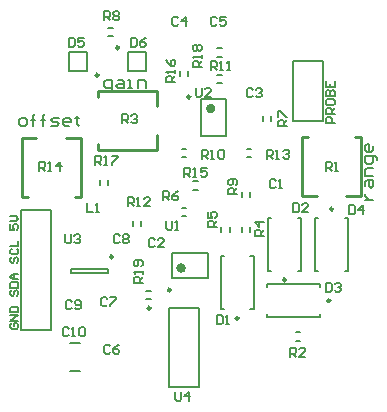
<source format=gto>
%FSLAX25Y25*%
%MOIN*%
G70*
G01*
G75*
G04 Layer_Color=65535*
%ADD10R,0.05118X0.07874*%
%ADD11R,0.07874X0.07874*%
%ADD12R,0.07874X0.05118*%
%ADD13R,0.07874X0.07874*%
%ADD14R,0.02756X0.03543*%
%ADD15R,0.03583X0.04803*%
%ADD16R,0.03150X0.03543*%
%ADD17R,0.03543X0.02756*%
%ADD18O,0.05118X0.01772*%
%ADD19O,0.01772X0.05118*%
%ADD20R,0.05709X0.08071*%
%ADD21R,0.08071X0.05709*%
%ADD22R,0.03347X0.02756*%
%ADD23R,0.02756X0.05118*%
%ADD24R,0.03543X0.03150*%
%ADD25R,0.04331X0.10236*%
%ADD26R,0.10630X0.03937*%
%ADD27R,0.10630X0.12992*%
%ADD28C,0.01600*%
%ADD29C,0.01000*%
%ADD30R,0.05906X0.05906*%
%ADD31C,0.05906*%
%ADD32C,0.02500*%
%ADD33C,0.10236*%
%ADD34C,0.00984*%
%ADD35C,0.01575*%
%ADD36C,0.00787*%
%ADD37C,0.00800*%
%ADD38C,0.00606*%
D29*
X58071Y1286D02*
X62992D01*
X43307D02*
X48228D01*
X61024Y20971D02*
X62992D01*
X43307D02*
X45276D01*
X62992Y1286D02*
Y20971D01*
X43307Y1286D02*
Y20971D01*
X-50197Y20669D02*
X-45276D01*
X-35433D02*
X-30512D01*
X-50197Y984D02*
X-48228D01*
X-32480D02*
X-30512D01*
X-50197D02*
Y20669D01*
X-30512Y984D02*
Y20669D01*
X-4921Y31496D02*
Y36417D01*
Y16732D02*
Y21654D01*
X-24606Y34449D02*
Y36417D01*
Y16732D02*
Y18701D01*
Y36417D02*
X-4921D01*
X-24606Y16732D02*
X-4921D01*
D34*
X-24567Y41693D02*
G03*
X-24567Y41693I-492J0D01*
G01*
X-17756Y50827D02*
G03*
X-17756Y50827I-492J0D01*
G01*
X6004Y34449D02*
G03*
X6004Y34449I-492J0D01*
G01*
X-492Y-29921D02*
G03*
X-492Y-29921I-492J0D01*
G01*
X53642Y-2953D02*
G03*
X53642Y-2953I-492J0D01*
G01*
X37894Y-26575D02*
G03*
X37894Y-26575I-492J0D01*
G01*
X22146Y-39370D02*
G03*
X22146Y-39370I-492J0D01*
G01*
X52658Y-33465D02*
G03*
X52658Y-33465I-492J0D01*
G01*
X-19783Y-18898D02*
G03*
X-19783Y-18898I-492J0D01*
G01*
X-7185Y-36024D02*
G03*
X-7185Y-36024I-492J0D01*
G01*
D35*
X13583Y30512D02*
G03*
X13583Y30512I-787J0D01*
G01*
X3740Y-22638D02*
G03*
X3740Y-22638I-787J0D01*
G01*
D36*
X-21457Y57480D02*
X-19882D01*
X-21457Y54724D02*
X-19882D01*
X-34567Y43110D02*
Y49409D01*
X-28425D01*
X-34567Y43110D02*
X-28425D01*
Y49409D01*
X-8740Y43110D02*
Y49409D01*
X-14882Y43110D02*
X-8740D01*
X-14882Y49409D02*
X-8740D01*
X-14882Y43110D02*
Y49409D01*
X5315Y41535D02*
Y43110D01*
X2559Y41535D02*
Y43110D01*
X14961Y50591D02*
X16535D01*
X14961Y47835D02*
X16535D01*
X14961Y38976D02*
X16535D01*
X14961Y41732D02*
X16535D01*
X9646Y21457D02*
Y33661D01*
X17913Y21457D02*
Y33661D01*
X9646D02*
X17913D01*
X9646Y21457D02*
X17913D01*
X33071Y26470D02*
Y28045D01*
X30315Y26470D02*
Y28045D01*
X24803Y17126D02*
X26378D01*
X24803Y14370D02*
X26378D01*
X3150Y17126D02*
X4724D01*
X3150Y14370D02*
X4724D01*
X7087Y3543D02*
X8661D01*
X7087Y6299D02*
X8661D01*
X3150Y-2559D02*
X4724D01*
X3150Y-5315D02*
X4724D01*
X-197Y-25787D02*
X12008D01*
X-197Y-17520D02*
X12008D01*
X-197Y-25787D02*
Y-17520D01*
X12008Y-25787D02*
Y-17520D01*
X25984Y1181D02*
Y2756D01*
X23228Y1181D02*
Y2756D01*
X19094Y-10630D02*
Y-9055D01*
X16339Y-10630D02*
Y-9055D01*
X23228Y-10630D02*
Y-9055D01*
X25984Y-10630D02*
Y-9055D01*
X58661Y-23622D02*
Y-5906D01*
X47638Y-23622D02*
Y-5906D01*
X57579D02*
X58661D01*
X57579Y-23622D02*
X58661D01*
X47638Y-5906D02*
X48720D01*
X47638Y-23622D02*
X48720D01*
X31890Y-23622D02*
Y-5906D01*
X42913Y-23622D02*
Y-5906D01*
X31890Y-23622D02*
X32972D01*
X31890Y-5906D02*
X32972D01*
X41831Y-23622D02*
X42913D01*
X41831Y-5906D02*
X42913D01*
X16142Y-36417D02*
Y-18701D01*
X27165Y-36417D02*
Y-18701D01*
X16142Y-36417D02*
X17224D01*
X16142Y-18701D02*
X17224D01*
X26083Y-36417D02*
X27165D01*
X26083Y-18701D02*
X27165D01*
X31496Y-38976D02*
X49213D01*
X31496Y-27953D02*
X49213D01*
Y-38976D02*
Y-37894D01*
X31496Y-38976D02*
Y-37894D01*
X49213Y-29035D02*
Y-27953D01*
X31496Y-29035D02*
Y-27953D01*
X41126Y-46835D02*
X42701D01*
X41126Y-44079D02*
X42701D01*
X-24016Y5118D02*
Y6693D01*
X-21260Y5118D02*
Y6693D01*
X-21457Y-24213D02*
Y-23031D01*
X-33661Y-24213D02*
Y-23031D01*
X-21457D01*
X-33661Y-24213D02*
X-21457D01*
X-13189Y-8661D02*
Y-7087D01*
X-10433Y-8661D02*
Y-7087D01*
X-50276Y-3386D02*
X-40276D01*
Y-43386D02*
Y-3386D01*
X-50276Y-43386D02*
Y-3386D01*
Y-43386D02*
X-40276D01*
X40276Y46496D02*
X50276D01*
Y26496D02*
Y46496D01*
X40276Y26496D02*
X50276D01*
X40276D02*
Y46496D01*
X-34055Y-56890D02*
X-30906D01*
X-34055Y-47441D02*
X-30906D01*
X-1181Y-62402D02*
Y-36024D01*
X9055Y-62402D02*
Y-36024D01*
X-1181D02*
X9055D01*
X-1181Y-62402D02*
X9055D01*
X-8661Y-32874D02*
X-7087D01*
X-8661Y-30118D02*
X-7087D01*
D37*
X64263Y0D02*
X66929D01*
X65596D01*
X64930Y667D01*
X64263Y1333D01*
Y1999D01*
Y4665D02*
Y5998D01*
X64930Y6664D01*
X66929D01*
Y4665D01*
X66263Y3999D01*
X65596Y4665D01*
Y6664D01*
X66929Y7997D02*
X64263D01*
Y9997D01*
X64930Y10663D01*
X66929D01*
X68262Y13329D02*
Y13995D01*
X67596Y14662D01*
X64263D01*
Y12663D01*
X64930Y11996D01*
X66263D01*
X66929Y12663D01*
Y14662D01*
Y17994D02*
Y16661D01*
X66263Y15995D01*
X64930D01*
X64263Y16661D01*
Y17994D01*
X64930Y18661D01*
X65596D01*
Y15995D01*
X-50515Y24606D02*
X-49182D01*
X-48515Y25273D01*
Y26606D01*
X-49182Y27272D01*
X-50515D01*
X-51181Y26606D01*
Y25273D01*
X-50515Y24606D01*
X-46516D02*
Y27939D01*
Y26606D01*
X-47182D01*
X-45849D01*
X-46516D01*
Y27939D01*
X-45849Y28605D01*
X-43184Y24606D02*
Y27939D01*
Y26606D01*
X-43850D01*
X-42517D01*
X-43184D01*
Y27939D01*
X-42517Y28605D01*
X-40518Y24606D02*
X-38519D01*
X-37852Y25273D01*
X-38519Y25939D01*
X-39851D01*
X-40518Y26606D01*
X-39851Y27272D01*
X-37852D01*
X-34520Y24606D02*
X-35853D01*
X-36519Y25273D01*
Y26606D01*
X-35853Y27272D01*
X-34520D01*
X-33853Y26606D01*
Y25939D01*
X-36519D01*
X-31854Y27939D02*
Y27272D01*
X-32520D01*
X-31187D01*
X-31854D01*
Y25273D01*
X-31187Y24606D01*
X-21305Y36069D02*
X-20639D01*
X-19972Y36735D01*
Y40067D01*
X-21971D01*
X-22638Y39401D01*
Y38068D01*
X-21971Y37402D01*
X-19972D01*
X-17973Y40067D02*
X-16640D01*
X-15973Y39401D01*
Y37402D01*
X-17973D01*
X-18639Y38068D01*
X-17973Y38734D01*
X-15973D01*
X-14640Y37402D02*
X-13307D01*
X-13974D01*
Y40067D01*
X-14640D01*
X-11308Y37402D02*
Y40067D01*
X-9309D01*
X-8642Y39401D01*
Y37402D01*
X51181Y9843D02*
Y12842D01*
X52681D01*
X53180Y12342D01*
Y11342D01*
X52681Y10842D01*
X51181D01*
X52181D02*
X53180Y9843D01*
X54180D02*
X55180D01*
X54680D01*
Y12842D01*
X54180Y12342D01*
X-44291Y9843D02*
Y12842D01*
X-42792D01*
X-42292Y12342D01*
Y11342D01*
X-42792Y10842D01*
X-44291D01*
X-43292D02*
X-42292Y9843D01*
X-41292D02*
X-40293D01*
X-40793D01*
Y12842D01*
X-41292Y12342D01*
X-37294Y9843D02*
Y12842D01*
X-38793Y11342D01*
X-36794D01*
X-16732Y25591D02*
Y28590D01*
X-15233D01*
X-14733Y28090D01*
Y27090D01*
X-15233Y26590D01*
X-16732D01*
X-15733D02*
X-14733Y25591D01*
X-13733Y28090D02*
X-13233Y28590D01*
X-12234D01*
X-11734Y28090D01*
Y27590D01*
X-12234Y27090D01*
X-12734D01*
X-12234D01*
X-11734Y26590D01*
Y26090D01*
X-12234Y25591D01*
X-13233D01*
X-13733Y26090D01*
X-22638Y60039D02*
Y63038D01*
X-21138D01*
X-20639Y62539D01*
Y61539D01*
X-21138Y61039D01*
X-22638D01*
X-21638D02*
X-20639Y60039D01*
X-19639Y62539D02*
X-19139Y63038D01*
X-18139D01*
X-17639Y62539D01*
Y62039D01*
X-18139Y61539D01*
X-17639Y61039D01*
Y60539D01*
X-18139Y60039D01*
X-19139D01*
X-19639Y60539D01*
Y61039D01*
X-19139Y61539D01*
X-19639Y62039D01*
Y62539D01*
X-19139Y61539D02*
X-18139D01*
X-34449Y54180D02*
Y51181D01*
X-32949D01*
X-32449Y51681D01*
Y53680D01*
X-32949Y54180D01*
X-34449D01*
X-29450D02*
X-31450D01*
Y52681D01*
X-30450Y53180D01*
X-29950D01*
X-29450Y52681D01*
Y51681D01*
X-29950Y51181D01*
X-30950D01*
X-31450Y51681D01*
X-13780Y54180D02*
Y51181D01*
X-12280D01*
X-11780Y51681D01*
Y53680D01*
X-12280Y54180D01*
X-13780D01*
X-8781D02*
X-9781Y53680D01*
X-10780Y52681D01*
Y51681D01*
X-10281Y51181D01*
X-9281D01*
X-8781Y51681D01*
Y52181D01*
X-9281Y52681D01*
X-10780D01*
X26901Y36751D02*
X26401Y37251D01*
X25401D01*
X24902Y36751D01*
Y34752D01*
X25401Y34252D01*
X26401D01*
X26901Y34752D01*
X27901Y36751D02*
X28400Y37251D01*
X29400D01*
X29900Y36751D01*
Y36251D01*
X29400Y35752D01*
X28900D01*
X29400D01*
X29900Y35252D01*
Y34752D01*
X29400Y34252D01*
X28400D01*
X27901Y34752D01*
X1999Y60570D02*
X1500Y61070D01*
X500D01*
X0Y60570D01*
Y58571D01*
X500Y58071D01*
X1500D01*
X1999Y58571D01*
X4499Y58071D02*
Y61070D01*
X2999Y59570D01*
X4998D01*
X14795Y60570D02*
X14295Y61070D01*
X13295D01*
X12795Y60570D01*
Y58571D01*
X13295Y58071D01*
X14295D01*
X14795Y58571D01*
X17794Y61070D02*
X15794D01*
Y59570D01*
X16794Y60070D01*
X17294D01*
X17794Y59570D01*
Y58571D01*
X17294Y58071D01*
X16294D01*
X15794Y58571D01*
X984Y39370D02*
X-2015D01*
Y40870D01*
X-1515Y41369D01*
X-515D01*
X-15Y40870D01*
Y39370D01*
Y40370D02*
X984Y41369D01*
Y42369D02*
Y43369D01*
Y42869D01*
X-2015D01*
X-1515Y42369D01*
X-2015Y46868D02*
X-1515Y45868D01*
X-515Y44868D01*
X484D01*
X984Y45368D01*
Y46368D01*
X484Y46868D01*
X-15D01*
X-515Y46368D01*
Y44868D01*
X9843Y44291D02*
X6843D01*
Y45791D01*
X7343Y46291D01*
X8343D01*
X8843Y45791D01*
Y44291D01*
Y45291D02*
X9843Y46291D01*
Y47290D02*
Y48290D01*
Y47790D01*
X6843D01*
X7343Y47290D01*
Y49790D02*
X6843Y50289D01*
Y51289D01*
X7343Y51789D01*
X7843D01*
X8343Y51289D01*
X8843Y51789D01*
X9343D01*
X9843Y51289D01*
Y50289D01*
X9343Y49790D01*
X8843D01*
X8343Y50289D01*
X7843Y49790D01*
X7343D01*
X8343Y50289D02*
Y51289D01*
X12795Y43307D02*
Y46306D01*
X14295D01*
X14795Y45806D01*
Y44807D01*
X14295Y44307D01*
X12795D01*
X13795D02*
X14795Y43307D01*
X15794D02*
X16794D01*
X16294D01*
Y46306D01*
X15794Y45806D01*
X18293Y43307D02*
X19293D01*
X18793D01*
Y46306D01*
X18293Y45806D01*
X7874Y37448D02*
Y34949D01*
X8374Y34449D01*
X9374D01*
X9873Y34949D01*
Y37448D01*
X12872Y34449D02*
X10873D01*
X12872Y36448D01*
Y36948D01*
X12373Y37448D01*
X11373D01*
X10873Y36948D01*
X38386Y24606D02*
X35387D01*
Y26106D01*
X35887Y26606D01*
X36886D01*
X37386Y26106D01*
Y24606D01*
Y25606D02*
X38386Y26606D01*
X35387Y27605D02*
Y29605D01*
X35887D01*
X37886Y27605D01*
X38386D01*
X31496Y13780D02*
Y16779D01*
X32996D01*
X33495Y16279D01*
Y15279D01*
X32996Y14779D01*
X31496D01*
X32496D02*
X33495Y13780D01*
X34495D02*
X35495D01*
X34995D01*
Y16779D01*
X34495Y16279D01*
X36994D02*
X37494Y16779D01*
X38494D01*
X38994Y16279D01*
Y15779D01*
X38494Y15279D01*
X37994D01*
X38494D01*
X38994Y14779D01*
Y14279D01*
X38494Y13780D01*
X37494D01*
X36994Y14279D01*
X9843Y13780D02*
Y16779D01*
X11342D01*
X11842Y16279D01*
Y15279D01*
X11342Y14779D01*
X9843D01*
X10842D02*
X11842Y13780D01*
X12842D02*
X13841D01*
X13341D01*
Y16779D01*
X12842Y16279D01*
X15341D02*
X15841Y16779D01*
X16840D01*
X17340Y16279D01*
Y14279D01*
X16840Y13780D01*
X15841D01*
X15341Y14279D01*
Y16279D01*
X3937Y7874D02*
Y10873D01*
X5437D01*
X5936Y10373D01*
Y9374D01*
X5437Y8874D01*
X3937D01*
X4937D02*
X5936Y7874D01*
X6936D02*
X7936D01*
X7436D01*
Y10873D01*
X6936Y10373D01*
X11435Y10873D02*
X9435D01*
Y9374D01*
X10435Y9873D01*
X10935D01*
X11435Y9374D01*
Y8374D01*
X10935Y7874D01*
X9935D01*
X9435Y8374D01*
X-2953Y0D02*
Y2999D01*
X-1453D01*
X-953Y2499D01*
Y1500D01*
X-1453Y1000D01*
X-2953D01*
X-1953D02*
X-953Y0D01*
X2046Y2999D02*
X1046Y2499D01*
X46Y1500D01*
Y500D01*
X546Y0D01*
X1546D01*
X2046Y500D01*
Y1000D01*
X1546Y1500D01*
X46D01*
X-1969Y-6843D02*
Y-9343D01*
X-1469Y-9843D01*
X-469D01*
X31Y-9343D01*
Y-6843D01*
X1030Y-9843D02*
X2030D01*
X1530D01*
Y-6843D01*
X1030Y-7343D01*
X21654Y1969D02*
X18654D01*
Y3468D01*
X19154Y3968D01*
X20154D01*
X20654Y3468D01*
Y1969D01*
Y2968D02*
X21654Y3968D01*
X21154Y4967D02*
X21654Y5467D01*
Y6467D01*
X21154Y6967D01*
X19154D01*
X18654Y6467D01*
Y5467D01*
X19154Y4967D01*
X19654D01*
X20154Y5467D01*
Y6967D01*
X14764Y-8858D02*
X11765D01*
Y-7359D01*
X12265Y-6859D01*
X13264D01*
X13764Y-7359D01*
Y-8858D01*
Y-7859D02*
X14764Y-6859D01*
X11765Y-3860D02*
Y-5859D01*
X13264D01*
X12764Y-4860D01*
Y-4360D01*
X13264Y-3860D01*
X14264D01*
X14764Y-4360D01*
Y-5359D01*
X14264Y-5859D01*
X30512Y-11811D02*
X27513D01*
Y-10311D01*
X28013Y-9812D01*
X29012D01*
X29512Y-10311D01*
Y-11811D01*
Y-10811D02*
X30512Y-9812D01*
Y-7312D02*
X27513D01*
X29012Y-8812D01*
Y-6813D01*
X34480Y6436D02*
X33980Y6936D01*
X32980D01*
X32480Y6436D01*
Y4437D01*
X32980Y3937D01*
X33980D01*
X34480Y4437D01*
X35479Y3937D02*
X36479D01*
X35979D01*
Y6936D01*
X35479Y6436D01*
X59055Y-1725D02*
Y-4724D01*
X60555D01*
X61054Y-4225D01*
Y-2225D01*
X60555Y-1725D01*
X59055D01*
X63554Y-4724D02*
Y-1725D01*
X62054Y-3225D01*
X64053D01*
X40354Y-938D02*
Y-3937D01*
X41854D01*
X42354Y-3437D01*
Y-1438D01*
X41854Y-938D01*
X40354D01*
X45353Y-3937D02*
X43353D01*
X45353Y-1938D01*
Y-1438D01*
X44853Y-938D01*
X43853D01*
X43353Y-1438D01*
X14764Y-38340D02*
Y-41339D01*
X16263D01*
X16763Y-40839D01*
Y-38839D01*
X16263Y-38340D01*
X14764D01*
X17763Y-41339D02*
X18763D01*
X18263D01*
Y-38340D01*
X17763Y-38839D01*
X51181Y-27513D02*
Y-30512D01*
X52681D01*
X53180Y-30012D01*
Y-28013D01*
X52681Y-27513D01*
X51181D01*
X54180Y-28013D02*
X54680Y-27513D01*
X55680D01*
X56179Y-28013D01*
Y-28512D01*
X55680Y-29012D01*
X55180D01*
X55680D01*
X56179Y-29512D01*
Y-30012D01*
X55680Y-30512D01*
X54680D01*
X54180Y-30012D01*
X39370Y-52165D02*
Y-49166D01*
X40870D01*
X41369Y-49666D01*
Y-50666D01*
X40870Y-51166D01*
X39370D01*
X40370D02*
X41369Y-52165D01*
X44368D02*
X42369D01*
X44368Y-50166D01*
Y-49666D01*
X43869Y-49166D01*
X42869D01*
X42369Y-49666D01*
X-25591Y11811D02*
Y14810D01*
X-24091D01*
X-23591Y14310D01*
Y13310D01*
X-24091Y12811D01*
X-25591D01*
X-24591D02*
X-23591Y11811D01*
X-22591D02*
X-21592D01*
X-22092D01*
Y14810D01*
X-22591Y14310D01*
X-20092Y14810D02*
X-18093D01*
Y14310D01*
X-20092Y12311D01*
Y11811D01*
X-28543Y-938D02*
Y-3937D01*
X-26544D01*
X-25544D02*
X-24545D01*
X-25044D01*
Y-938D01*
X-25544Y-1438D01*
X-35630Y-11371D02*
Y-13870D01*
X-35130Y-14370D01*
X-34130D01*
X-33631Y-13870D01*
Y-11371D01*
X-32631Y-11871D02*
X-32131Y-11371D01*
X-31131D01*
X-30632Y-11871D01*
Y-12371D01*
X-31131Y-12871D01*
X-31631D01*
X-31131D01*
X-30632Y-13370D01*
Y-13870D01*
X-31131Y-14370D01*
X-32131D01*
X-32631Y-13870D01*
X-14764Y-1969D02*
Y1030D01*
X-13264D01*
X-12764Y531D01*
Y-469D01*
X-13264Y-969D01*
X-14764D01*
X-13764D02*
X-12764Y-1969D01*
X-11765D02*
X-10765D01*
X-11265D01*
Y1030D01*
X-11765Y531D01*
X-7266Y-1969D02*
X-9266D01*
X-7266Y31D01*
Y531D01*
X-7766Y1030D01*
X-8766D01*
X-9266Y531D01*
X-5875Y-13249D02*
X-6374Y-12749D01*
X-7374D01*
X-7874Y-13249D01*
Y-15248D01*
X-7374Y-15748D01*
X-6374D01*
X-5875Y-15248D01*
X-2876Y-15748D02*
X-4875D01*
X-2876Y-13749D01*
Y-13249D01*
X-3376Y-12749D01*
X-4375D01*
X-4875Y-13249D01*
X-17489Y-11871D02*
X-17989Y-11371D01*
X-18988D01*
X-19488Y-11871D01*
Y-13870D01*
X-18988Y-14370D01*
X-17989D01*
X-17489Y-13870D01*
X-16489Y-11871D02*
X-15989Y-11371D01*
X-14990D01*
X-14490Y-11871D01*
Y-12371D01*
X-14990Y-12871D01*
X-14490Y-13370D01*
Y-13870D01*
X-14990Y-14370D01*
X-15989D01*
X-16489Y-13870D01*
Y-13370D01*
X-15989Y-12871D01*
X-16489Y-12371D01*
Y-11871D01*
X-15989Y-12871D02*
X-14990D01*
X54134Y25591D02*
X51135D01*
Y27090D01*
X51635Y27590D01*
X52634D01*
X53134Y27090D01*
Y25591D01*
X54134Y28590D02*
X51135D01*
Y30089D01*
X51635Y30589D01*
X52634D01*
X53134Y30089D01*
Y28590D01*
Y29589D02*
X54134Y30589D01*
X51135Y33088D02*
Y32089D01*
X51635Y31589D01*
X53634D01*
X54134Y32089D01*
Y33088D01*
X53634Y33588D01*
X51635D01*
X51135Y33088D01*
Y34588D02*
X54134D01*
Y36087D01*
X53634Y36587D01*
X53134D01*
X52634Y36087D01*
Y34588D01*
Y36087D01*
X52135Y36587D01*
X51635D01*
X51135Y36087D01*
Y34588D01*
Y39586D02*
Y37587D01*
X54134D01*
Y39586D01*
X52634Y37587D02*
Y38586D01*
X-20639Y-48682D02*
X-21138Y-48182D01*
X-22138D01*
X-22638Y-48682D01*
Y-50681D01*
X-22138Y-51181D01*
X-21138D01*
X-20639Y-50681D01*
X-17639Y-48182D02*
X-18639Y-48682D01*
X-19639Y-49682D01*
Y-50681D01*
X-19139Y-51181D01*
X-18139D01*
X-17639Y-50681D01*
Y-50181D01*
X-18139Y-49682D01*
X-19639D01*
X-34418Y-42776D02*
X-34918Y-42277D01*
X-35917D01*
X-36417Y-42776D01*
Y-44776D01*
X-35917Y-45276D01*
X-34918D01*
X-34418Y-44776D01*
X-33418Y-45276D02*
X-32419D01*
X-32919D01*
Y-42277D01*
X-33418Y-42776D01*
X-30919D02*
X-30419Y-42277D01*
X-29420D01*
X-28920Y-42776D01*
Y-44776D01*
X-29420Y-45276D01*
X-30419D01*
X-30919Y-44776D01*
Y-42776D01*
X-33434Y-33918D02*
X-33934Y-33418D01*
X-34933D01*
X-35433Y-33918D01*
Y-35917D01*
X-34933Y-36417D01*
X-33934D01*
X-33434Y-35917D01*
X-32434D02*
X-31934Y-36417D01*
X-30935D01*
X-30435Y-35917D01*
Y-33918D01*
X-30935Y-33418D01*
X-31934D01*
X-32434Y-33918D01*
Y-34418D01*
X-31934Y-34918D01*
X-30435D01*
X-21623Y-32934D02*
X-22122Y-32434D01*
X-23122D01*
X-23622Y-32934D01*
Y-34933D01*
X-23122Y-35433D01*
X-22122D01*
X-21623Y-34933D01*
X-20623Y-32434D02*
X-18624D01*
Y-32934D01*
X-20623Y-34933D01*
Y-35433D01*
X984Y-63930D02*
Y-66429D01*
X1484Y-66929D01*
X2484D01*
X2984Y-66429D01*
Y-63930D01*
X5483Y-66929D02*
Y-63930D01*
X3983Y-65430D01*
X5983D01*
X-9843Y-27559D02*
X-12842D01*
Y-26059D01*
X-12342Y-25560D01*
X-11342D01*
X-10842Y-26059D01*
Y-27559D01*
Y-26559D02*
X-9843Y-25560D01*
Y-24560D02*
Y-23560D01*
Y-24060D01*
X-12842D01*
X-12342Y-24560D01*
X-10342Y-22061D02*
X-9843Y-21561D01*
Y-20561D01*
X-10342Y-20062D01*
X-12342D01*
X-12842Y-20561D01*
Y-21561D01*
X-12342Y-22061D01*
X-11842D01*
X-11342Y-21561D01*
Y-20062D01*
D38*
X-53571Y-41049D02*
X-54031Y-41508D01*
Y-42427D01*
X-53571Y-42886D01*
X-51735D01*
X-51276Y-42427D01*
Y-41508D01*
X-51735Y-41049D01*
X-52653D01*
Y-41967D01*
X-51276Y-40131D02*
X-54031D01*
X-51276Y-38294D01*
X-54031D01*
Y-37376D02*
X-51276D01*
Y-35998D01*
X-51735Y-35539D01*
X-53571D01*
X-54031Y-35998D01*
Y-37376D01*
X-53571Y-30029D02*
X-54031Y-30488D01*
Y-31407D01*
X-53571Y-31866D01*
X-53112D01*
X-52653Y-31407D01*
Y-30488D01*
X-52194Y-30029D01*
X-51735D01*
X-51276Y-30488D01*
Y-31407D01*
X-51735Y-31866D01*
X-54031Y-29111D02*
X-51276D01*
Y-27733D01*
X-51735Y-27274D01*
X-53571D01*
X-54031Y-27733D01*
Y-29111D01*
X-51276Y-26356D02*
X-53112D01*
X-54031Y-25437D01*
X-53112Y-24519D01*
X-51276D01*
X-52653D01*
Y-26356D01*
X-53571Y-19009D02*
X-54031Y-19468D01*
Y-20387D01*
X-53571Y-20846D01*
X-53112D01*
X-52653Y-20387D01*
Y-19468D01*
X-52194Y-19009D01*
X-51735D01*
X-51276Y-19468D01*
Y-20387D01*
X-51735Y-20846D01*
X-53571Y-16254D02*
X-54031Y-16713D01*
Y-17631D01*
X-53571Y-18091D01*
X-51735D01*
X-51276Y-17631D01*
Y-16713D01*
X-51735Y-16254D01*
X-54031Y-15336D02*
X-51276D01*
Y-13499D01*
X-54031Y-7989D02*
Y-9826D01*
X-52653D01*
X-53112Y-8907D01*
Y-8448D01*
X-52653Y-7989D01*
X-51735D01*
X-51276Y-8448D01*
Y-9366D01*
X-51735Y-9826D01*
X-54031Y-7071D02*
X-52194D01*
X-51276Y-6152D01*
X-52194Y-5234D01*
X-54031D01*
M02*

</source>
